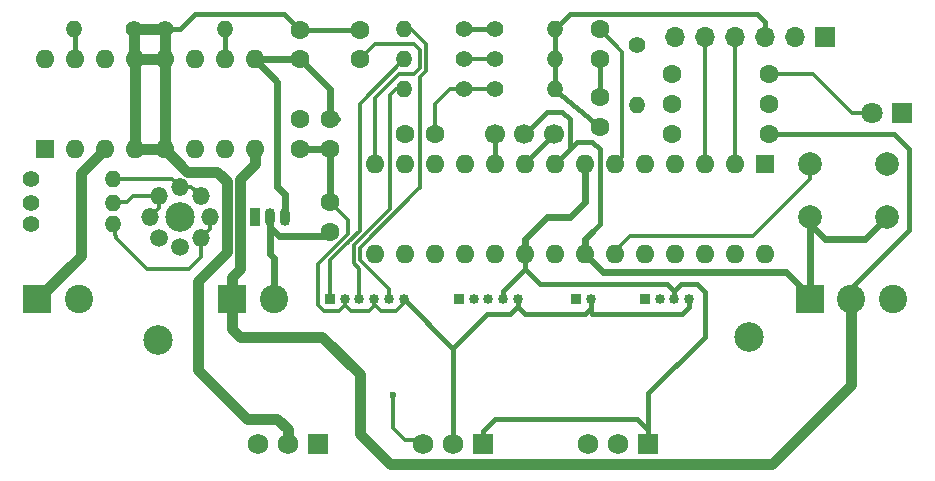
<source format=gtl>
G04 #@! TF.FileFunction,Copper,L1,Top,Signal*
%FSLAX46Y46*%
G04 Gerber Fmt 4.6, Leading zero omitted, Abs format (unit mm)*
G04 Created by KiCad (PCBNEW 4.0.7) date 05/25/19 09:29:53*
%MOMM*%
%LPD*%
G01*
G04 APERTURE LIST*
%ADD10C,0.100000*%
%ADD11C,1.600000*%
%ADD12R,2.400000X2.400000*%
%ADD13C,2.400000*%
%ADD14C,1.400000*%
%ADD15O,1.400000X1.400000*%
%ADD16R,1.600000X1.600000*%
%ADD17O,1.600000X1.600000*%
%ADD18C,1.700000*%
%ADD19R,1.800000X1.800000*%
%ADD20C,1.800000*%
%ADD21R,1.700000X1.700000*%
%ADD22O,1.700000X1.700000*%
%ADD23R,0.850000X0.850000*%
%ADD24C,0.850000*%
%ADD25C,2.500000*%
%ADD26O,0.900000X1.500000*%
%ADD27R,0.900000X1.500000*%
%ADD28C,1.500000*%
%ADD29O,1.500000X1.500000*%
%ADD30C,1.750000*%
%ADD31R,1.750000X1.750000*%
%ADD32C,2.000000*%
%ADD33C,0.600000*%
%ADD34C,0.609600*%
%ADD35C,0.406400*%
%ADD36C,0.304800*%
%ADD37C,0.914400*%
G04 APERTURE END LIST*
D10*
D11*
X189488000Y-97155000D03*
X197738000Y-97155000D03*
D12*
X201168000Y-111125000D03*
D13*
X204668000Y-111125000D03*
X208168000Y-111125000D03*
D14*
X186563000Y-89575000D03*
D15*
X186563000Y-94655000D03*
D14*
X174538000Y-88265000D03*
D15*
X179618000Y-88265000D03*
D14*
X143978000Y-88265000D03*
D15*
X138898000Y-88265000D03*
D14*
X146598000Y-88265000D03*
D15*
X151678000Y-88265000D03*
D14*
X174538000Y-90805000D03*
D15*
X179618000Y-90805000D03*
D14*
X174538000Y-93345000D03*
D15*
X179618000Y-93345000D03*
D16*
X197358000Y-99695000D03*
D17*
X164338000Y-107315000D03*
X194818000Y-99695000D03*
X166878000Y-107315000D03*
X192278000Y-99695000D03*
X169418000Y-107315000D03*
X189738000Y-99695000D03*
X171958000Y-107315000D03*
X187198000Y-99695000D03*
X174498000Y-107315000D03*
X184658000Y-99695000D03*
X177038000Y-107315000D03*
X182118000Y-99695000D03*
X179578000Y-107315000D03*
X179578000Y-99695000D03*
X182118000Y-107315000D03*
X177038000Y-99695000D03*
X184658000Y-107315000D03*
X174498000Y-99695000D03*
X187198000Y-107315000D03*
X171958000Y-99695000D03*
X189738000Y-107315000D03*
X169418000Y-99695000D03*
X192278000Y-107315000D03*
X166878000Y-99695000D03*
X194818000Y-107315000D03*
X164338000Y-99695000D03*
X197358000Y-107315000D03*
D18*
X174498000Y-97155000D03*
X176998000Y-97155000D03*
X179498000Y-97155000D03*
D14*
X171918000Y-88265000D03*
D15*
X166838000Y-88265000D03*
D14*
X171918000Y-93345000D03*
D15*
X166838000Y-93345000D03*
D14*
X171918000Y-90805000D03*
D15*
X166838000Y-90805000D03*
D11*
X160528000Y-105410000D03*
X160528000Y-102910000D03*
X157988000Y-95885000D03*
X157988000Y-98385000D03*
X157988000Y-90805000D03*
X157988000Y-88305000D03*
X160528000Y-95885000D03*
X160528000Y-98385000D03*
X163068000Y-90805000D03*
X163068000Y-88305000D03*
X169418000Y-97155000D03*
X166918000Y-97155000D03*
X183388000Y-88265000D03*
X183388000Y-90765000D03*
D19*
X208998000Y-95365000D03*
D20*
X206458000Y-95365000D03*
D21*
X202438000Y-88900000D03*
D22*
X199898000Y-88900000D03*
X197358000Y-88900000D03*
X194818000Y-88900000D03*
X192278000Y-88900000D03*
X189738000Y-88900000D03*
D23*
X181356000Y-111125000D03*
D24*
X182606000Y-111125000D03*
D25*
X195998000Y-114365000D03*
X145998000Y-114619000D03*
X147828000Y-104190800D03*
D26*
X155448000Y-104140000D03*
X156718000Y-104140000D03*
D27*
X154178000Y-104140000D03*
D16*
X136398000Y-98425000D03*
D17*
X154178000Y-90805000D03*
X138938000Y-98425000D03*
X151638000Y-90805000D03*
X141478000Y-98425000D03*
X149098000Y-90805000D03*
X144018000Y-98425000D03*
X146558000Y-90805000D03*
X146558000Y-98425000D03*
X144018000Y-90805000D03*
X149098000Y-98425000D03*
X141478000Y-90805000D03*
X151638000Y-98425000D03*
X138938000Y-90805000D03*
X154178000Y-98425000D03*
X136398000Y-90805000D03*
D23*
X187198000Y-111125000D03*
D24*
X188448000Y-111125000D03*
X189698000Y-111125000D03*
X190948000Y-111125000D03*
D28*
X147828000Y-106680000D03*
X146037300Y-105943400D03*
D29*
X145288000Y-104140000D03*
X146050000Y-102387400D03*
X147828000Y-101600000D03*
X149580600Y-102400100D03*
X150368000Y-104140000D03*
X149631400Y-105956100D03*
D11*
X183388000Y-96520000D03*
X183388000Y-94020000D03*
D30*
X154418000Y-123365000D03*
X156958000Y-123365000D03*
D31*
X159498000Y-123365000D03*
D30*
X182418000Y-123365000D03*
X184958000Y-123365000D03*
D31*
X187498000Y-123365000D03*
D30*
X168418000Y-123365000D03*
X170958000Y-123365000D03*
D31*
X173498000Y-123365000D03*
D12*
X135763000Y-111125000D03*
D13*
X139263000Y-111125000D03*
D12*
X152273000Y-111125000D03*
D13*
X155773000Y-111125000D03*
D11*
X189488000Y-94615000D03*
X197738000Y-94615000D03*
D23*
X160528000Y-111125000D03*
D24*
X161778000Y-111125000D03*
X163028000Y-111125000D03*
X164278000Y-111125000D03*
X165528000Y-111125000D03*
X166778000Y-111125000D03*
D23*
X171450000Y-111125000D03*
D24*
X172700000Y-111125000D03*
X173950000Y-111125000D03*
X175200000Y-111125000D03*
X176450000Y-111125000D03*
D11*
X189488000Y-92075000D03*
X197738000Y-92075000D03*
D14*
X135184000Y-104775000D03*
D15*
X142184000Y-104775000D03*
D14*
X135184000Y-100965000D03*
D15*
X142184000Y-100965000D03*
D14*
X135184000Y-102997000D03*
D15*
X142184000Y-102997000D03*
D32*
X201168000Y-104195000D03*
X201168000Y-99695000D03*
X207668000Y-104195000D03*
X207668000Y-99695000D03*
D33*
X165862000Y-119253000D03*
D34*
X201168000Y-104195000D02*
X201168000Y-104775000D01*
X201168000Y-104775000D02*
X202438000Y-106045000D01*
X205818000Y-106045000D02*
X207668000Y-104195000D01*
X202438000Y-106045000D02*
X205818000Y-106045000D01*
X182118000Y-107315000D02*
X183642000Y-108839000D01*
X199136000Y-108839000D02*
X201168000Y-110871000D01*
X191008000Y-108839000D02*
X199136000Y-108839000D01*
X183642000Y-108839000D02*
X191008000Y-108839000D01*
X201168000Y-110871000D02*
X201168000Y-111125000D01*
X201168000Y-111125000D02*
X201168000Y-104195000D01*
D35*
X182606000Y-111125000D02*
X182606000Y-112248000D01*
X190948000Y-111820000D02*
X190948000Y-111125000D01*
X190373000Y-112395000D02*
X190948000Y-111820000D01*
X182753000Y-112395000D02*
X190373000Y-112395000D01*
X182606000Y-112248000D02*
X182753000Y-112395000D01*
X176450000Y-111125000D02*
X176450000Y-111807000D01*
X182606000Y-111907000D02*
X182606000Y-111125000D01*
X182118000Y-112395000D02*
X182606000Y-111907000D01*
X177038000Y-112395000D02*
X182118000Y-112395000D01*
X176450000Y-111807000D02*
X177038000Y-112395000D01*
X170958000Y-115305000D02*
X170958000Y-115300000D01*
X176450000Y-111713000D02*
X176450000Y-111125000D01*
X175768000Y-112395000D02*
X176450000Y-111713000D01*
X173863000Y-112395000D02*
X175768000Y-112395000D01*
X170958000Y-115300000D02*
X173863000Y-112395000D01*
X170958000Y-123365000D02*
X170958000Y-115305000D01*
X170958000Y-115305000D02*
X166778000Y-111125000D01*
D36*
X161778000Y-111125000D02*
X161778000Y-111653000D01*
X162052000Y-104434000D02*
X160528000Y-102910000D01*
X162052000Y-105585102D02*
X162052000Y-104434000D01*
X159512000Y-108125102D02*
X162052000Y-105585102D01*
X159512000Y-111633000D02*
X159512000Y-108125102D01*
X160020000Y-112141000D02*
X159512000Y-111633000D01*
X161290000Y-112141000D02*
X160020000Y-112141000D01*
X161778000Y-111653000D02*
X161290000Y-112141000D01*
X164278000Y-111125000D02*
X164278000Y-111693000D01*
X161778000Y-111613000D02*
X161778000Y-111125000D01*
X162306000Y-112141000D02*
X161778000Y-111613000D01*
X163830000Y-112141000D02*
X162306000Y-112141000D01*
X164278000Y-111693000D02*
X163830000Y-112141000D01*
X166778000Y-111125000D02*
X166778000Y-111479000D01*
X166778000Y-111479000D02*
X166116000Y-112141000D01*
X166116000Y-112141000D02*
X164846000Y-112141000D01*
X164846000Y-112141000D02*
X164278000Y-111573000D01*
X164278000Y-111573000D02*
X164278000Y-111125000D01*
D37*
X151793598Y-101120598D02*
X151793598Y-107159402D01*
X156958000Y-123365000D02*
X156958000Y-122160000D01*
X156958000Y-122160000D02*
X156083000Y-121285000D01*
X156083000Y-121285000D02*
X153543000Y-121285000D01*
X153543000Y-121285000D02*
X151003000Y-118745000D01*
X151793598Y-101120598D02*
X151003000Y-100330000D01*
X151003000Y-100330000D02*
X148463000Y-100330000D01*
X148463000Y-100330000D02*
X146558000Y-98425000D01*
X149352000Y-117094000D02*
X151003000Y-118745000D01*
X149352000Y-109601000D02*
X149352000Y-117094000D01*
X151793598Y-107159402D02*
X149352000Y-109601000D01*
D34*
X201168000Y-111125000D02*
X201168000Y-107315000D01*
D35*
X181483000Y-97790000D02*
X180848000Y-98425000D01*
X183388000Y-104775000D02*
X183388000Y-98425000D01*
X182753000Y-105410000D02*
X183388000Y-104775000D01*
X183388000Y-98425000D02*
X182753000Y-97790000D01*
X182753000Y-97790000D02*
X182118000Y-97790000D01*
X182118000Y-97790000D02*
X181483000Y-97790000D01*
X183388000Y-90765000D02*
X183388000Y-94020000D01*
X177038000Y-97155000D02*
X178943000Y-95250000D01*
X180848000Y-95885000D02*
X180848000Y-98425000D01*
X180213000Y-95250000D02*
X180848000Y-95885000D01*
X178943000Y-95250000D02*
X180213000Y-95250000D01*
X180848000Y-98425000D02*
X179578000Y-99695000D01*
D34*
X182118000Y-106045000D02*
X182118000Y-107315000D01*
X182753000Y-105410000D02*
X182118000Y-106045000D01*
D35*
X157988000Y-88305000D02*
X163068000Y-88305000D01*
X146598000Y-88265000D02*
X147828000Y-88265000D01*
X156678000Y-86995000D02*
X157988000Y-88305000D01*
X149098000Y-86995000D02*
X156678000Y-86995000D01*
X147828000Y-88265000D02*
X149098000Y-86995000D01*
D37*
X143978000Y-88265000D02*
X146598000Y-88265000D01*
X144018000Y-90805000D02*
X146558000Y-90805000D01*
X143978000Y-88265000D02*
X143978000Y-90765000D01*
X143978000Y-90765000D02*
X144018000Y-90805000D01*
X146558000Y-90805000D02*
X146558000Y-88305000D01*
X146558000Y-88305000D02*
X146598000Y-88265000D01*
X144018000Y-98425000D02*
X144018000Y-90805000D01*
X146558000Y-98425000D02*
X146558000Y-90805000D01*
X144018000Y-98425000D02*
X146558000Y-98425000D01*
D34*
X157988000Y-98385000D02*
X160528000Y-98385000D01*
X160528000Y-102910000D02*
X160528000Y-98385000D01*
X160488000Y-102870000D02*
X160528000Y-102910000D01*
D36*
X184658000Y-107315000D02*
X184658000Y-107061000D01*
X184658000Y-107061000D02*
X185928000Y-105791000D01*
X201168000Y-100965000D02*
X201168000Y-99695000D01*
X196342000Y-105791000D02*
X201168000Y-100965000D01*
X185928000Y-105791000D02*
X196342000Y-105791000D01*
X164338000Y-99695000D02*
X164338000Y-94107000D01*
X164338000Y-89535000D02*
X163068000Y-90805000D01*
X167640000Y-89535000D02*
X164338000Y-89535000D01*
X168148000Y-90043000D02*
X167640000Y-89535000D01*
X168148000Y-91567000D02*
X168148000Y-90043000D01*
X167640000Y-92075000D02*
X168148000Y-91567000D01*
X166370000Y-92075000D02*
X167640000Y-92075000D01*
X164338000Y-94107000D02*
X166370000Y-92075000D01*
X171918000Y-90805000D02*
X174538000Y-90805000D01*
X169418000Y-97155000D02*
X169418000Y-94615000D01*
X170688000Y-93345000D02*
X171918000Y-93345000D01*
X169418000Y-94615000D02*
X170688000Y-93345000D01*
X171918000Y-93345000D02*
X174538000Y-93345000D01*
D35*
X138938000Y-90805000D02*
X138938000Y-88305000D01*
X138938000Y-88305000D02*
X138898000Y-88265000D01*
X151638000Y-90805000D02*
X151638000Y-88305000D01*
X151638000Y-88305000D02*
X151678000Y-88265000D01*
D36*
X183388000Y-88265000D02*
X185293000Y-90170000D01*
X185293000Y-99060000D02*
X184658000Y-99695000D01*
X185293000Y-90170000D02*
X185293000Y-99060000D01*
D35*
X171918000Y-88265000D02*
X174538000Y-88265000D01*
X187498000Y-123365000D02*
X187498000Y-119080000D01*
X190293000Y-109855000D02*
X189698000Y-110450000D01*
X191643000Y-109855000D02*
X190293000Y-109855000D01*
X192278000Y-110490000D02*
X191643000Y-109855000D01*
X192278000Y-114300000D02*
X192278000Y-110490000D01*
X187498000Y-119080000D02*
X192278000Y-114300000D01*
X177038000Y-108585000D02*
X178308000Y-109855000D01*
X178308000Y-109855000D02*
X189103000Y-109855000D01*
X189103000Y-109855000D02*
X189698000Y-110450000D01*
X189698000Y-110450000D02*
X189698000Y-111125000D01*
X177038000Y-107315000D02*
X177038000Y-108585000D01*
X175200000Y-110423000D02*
X175200000Y-111125000D01*
X177038000Y-108585000D02*
X175200000Y-110423000D01*
X173498000Y-123365000D02*
X173498000Y-122285000D01*
X187498000Y-122220000D02*
X187498000Y-123365000D01*
X186563000Y-121285000D02*
X187498000Y-122220000D01*
X174498000Y-121285000D02*
X186563000Y-121285000D01*
X173498000Y-122285000D02*
X174498000Y-121285000D01*
X179618000Y-88265000D02*
X179618000Y-88225000D01*
X179618000Y-88225000D02*
X180848000Y-86995000D01*
X197358000Y-87630000D02*
X197358000Y-88900000D01*
X196723000Y-86995000D02*
X197358000Y-87630000D01*
X180848000Y-86995000D02*
X196723000Y-86995000D01*
X189698000Y-111125000D02*
X189698000Y-111165000D01*
X179618000Y-93345000D02*
X179618000Y-93385000D01*
X179618000Y-93385000D02*
X183388000Y-96520000D01*
X179618000Y-90805000D02*
X179618000Y-93345000D01*
X179618000Y-88265000D02*
X179618000Y-90805000D01*
D34*
X177038000Y-107315000D02*
X177038000Y-106045000D01*
X177038000Y-106045000D02*
X178943000Y-104140000D01*
X182118000Y-102870000D02*
X182118000Y-99695000D01*
X180848000Y-104140000D02*
X182118000Y-102870000D01*
X178943000Y-104140000D02*
X180848000Y-104140000D01*
X160528000Y-95885000D02*
X161163000Y-95885000D01*
X160528000Y-95885000D02*
X160528000Y-93345000D01*
X160528000Y-93345000D02*
X157988000Y-90805000D01*
X154178000Y-90805000D02*
X157988000Y-90805000D01*
X156718000Y-104140000D02*
X156718000Y-102235000D01*
X156083000Y-92710000D02*
X154178000Y-90805000D01*
X156083000Y-101600000D02*
X156083000Y-92710000D01*
X156718000Y-102235000D02*
X156083000Y-101600000D01*
D36*
X206458000Y-95365000D02*
X204712000Y-95365000D01*
X201422000Y-92075000D02*
X197738000Y-92075000D01*
X204712000Y-95365000D02*
X201422000Y-92075000D01*
D35*
X177038000Y-99695000D02*
X177038000Y-99615000D01*
X177038000Y-99615000D02*
X179498000Y-97155000D01*
X174498000Y-99695000D02*
X174498000Y-97155000D01*
D36*
X166878000Y-123063000D02*
X168116000Y-123063000D01*
X165862000Y-122047000D02*
X166878000Y-123063000D01*
X165862000Y-119253000D02*
X165862000Y-122047000D01*
X168116000Y-123063000D02*
X168418000Y-123365000D01*
X168323000Y-123365000D02*
X168418000Y-123365000D01*
D37*
X141478000Y-98425000D02*
X139446000Y-100457000D01*
X139446000Y-107442000D02*
X135763000Y-111125000D01*
X139446000Y-100457000D02*
X139446000Y-107442000D01*
D36*
X162076051Y-106323051D02*
X162027949Y-106323051D01*
X160528000Y-107823000D02*
X160528000Y-111125000D01*
X162027949Y-106323051D02*
X160528000Y-107823000D01*
X163068000Y-94575000D02*
X166838000Y-90805000D01*
X163068000Y-105331102D02*
X163068000Y-94575000D01*
X162058396Y-106340706D02*
X162076051Y-106323051D01*
X162076051Y-106323051D02*
X163068000Y-105331102D01*
X162563198Y-106549802D02*
X162563198Y-108080198D01*
X165608000Y-93853000D02*
X166116000Y-93345000D01*
X166838000Y-93345000D02*
X166116000Y-93345000D01*
X165608000Y-103505000D02*
X165608000Y-93853000D01*
X162563198Y-106549802D02*
X165608000Y-103505000D01*
X163028000Y-108545000D02*
X163028000Y-111125000D01*
X162563198Y-108080198D02*
X163028000Y-108545000D01*
X168148000Y-101727000D02*
X168099898Y-101727000D01*
X168148000Y-92329000D02*
X168652802Y-91824198D01*
X168652802Y-91824198D02*
X168652802Y-89531802D01*
X167386000Y-88265000D02*
X168652802Y-89531802D01*
X168148000Y-101727000D02*
X168148000Y-92329000D01*
X165528000Y-110283000D02*
X165528000Y-111125000D01*
X163068000Y-107823000D02*
X165528000Y-110283000D01*
X163068000Y-106758898D02*
X163068000Y-107823000D01*
X168099898Y-101727000D02*
X163068000Y-106758898D01*
X167386000Y-88265000D02*
X166838000Y-88265000D01*
X194818000Y-88900000D02*
X194818000Y-99695000D01*
X192278000Y-88900000D02*
X192278000Y-99695000D01*
D37*
X152908000Y-108585000D02*
X152273000Y-109220000D01*
X154178000Y-98425000D02*
X154178000Y-99695000D01*
X152908000Y-100965000D02*
X154178000Y-99695000D01*
X152908000Y-100965000D02*
X152908000Y-108585000D01*
X152273000Y-109220000D02*
X152273000Y-111125000D01*
X154813000Y-114300000D02*
X152908000Y-114300000D01*
X204668000Y-118420000D02*
X197993000Y-125095000D01*
X197993000Y-125095000D02*
X165608000Y-125095000D01*
X204668000Y-111125000D02*
X204668000Y-118420000D01*
X154813000Y-114300000D02*
X159893000Y-114300000D01*
X159893000Y-114300000D02*
X163068000Y-117475000D01*
X163068000Y-117475000D02*
X163068000Y-122555000D01*
X163068000Y-122555000D02*
X165608000Y-125095000D01*
X152273000Y-113665000D02*
X152273000Y-111125000D01*
X152908000Y-114300000D02*
X152273000Y-113665000D01*
D35*
X204668000Y-111125000D02*
X204668000Y-110165000D01*
X204668000Y-110165000D02*
X209550000Y-105283000D01*
X208280000Y-97155000D02*
X197738000Y-97155000D01*
X209550000Y-98425000D02*
X208280000Y-97155000D01*
X209550000Y-105283000D02*
X209550000Y-98425000D01*
D34*
X155448000Y-104140000D02*
X155448000Y-107315000D01*
X155773000Y-107640000D02*
X155773000Y-111125000D01*
X155448000Y-107315000D02*
X155773000Y-107640000D01*
X156083000Y-110815000D02*
X155773000Y-111125000D01*
X155448000Y-104140000D02*
X155448000Y-105029000D01*
X156210000Y-105791000D02*
X160147000Y-105791000D01*
X155448000Y-105029000D02*
X156210000Y-105791000D01*
X160147000Y-105791000D02*
X160528000Y-105410000D01*
X155448000Y-104775000D02*
X155448000Y-104140000D01*
D36*
X142184000Y-100965000D02*
X147193000Y-100965000D01*
X147193000Y-100965000D02*
X147828000Y-101600000D01*
X147828000Y-101600000D02*
X148780500Y-101600000D01*
X148780500Y-101600000D02*
X149580600Y-102400100D01*
X142184000Y-102997000D02*
X143383000Y-102870000D01*
X143383000Y-102870000D02*
X143865600Y-102387400D01*
X143865600Y-102387400D02*
X146050000Y-102387400D01*
X146050000Y-102387400D02*
X146050000Y-103378000D01*
X146050000Y-103378000D02*
X145288000Y-104140000D01*
X148590000Y-108585000D02*
X145034000Y-108585000D01*
X149631400Y-105956100D02*
X149631400Y-107543600D01*
X149631400Y-107543600D02*
X148590000Y-108585000D01*
X142438000Y-105989000D02*
X142184000Y-104775000D01*
X145034000Y-108585000D02*
X142438000Y-105989000D01*
X150368000Y-104140000D02*
X150368000Y-105219500D01*
X150368000Y-105219500D02*
X149631400Y-105956100D01*
M02*

</source>
